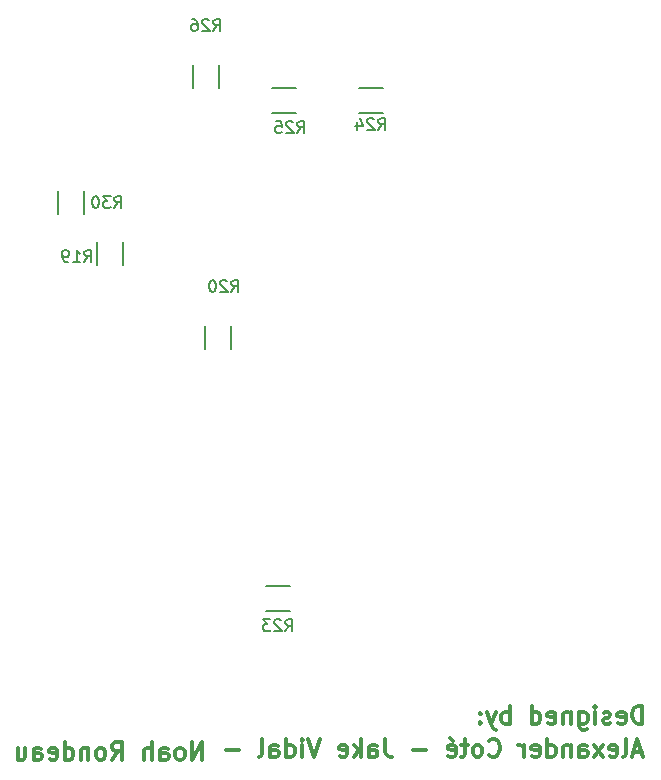
<source format=gbr>
G04 #@! TF.FileFunction,Legend,Bot*
%FSLAX46Y46*%
G04 Gerber Fmt 4.6, Leading zero omitted, Abs format (unit mm)*
G04 Created by KiCad (PCBNEW 4.0.1-stable) date 2016-06-27 2:05:19 PM*
%MOMM*%
G01*
G04 APERTURE LIST*
%ADD10C,0.100000*%
%ADD11C,0.300000*%
%ADD12C,0.150000*%
G04 APERTURE END LIST*
D10*
D11*
X108913429Y-124630571D02*
X108913429Y-123130571D01*
X108056286Y-124630571D01*
X108056286Y-123130571D01*
X107127714Y-124630571D02*
X107270572Y-124559143D01*
X107342000Y-124487714D01*
X107413429Y-124344857D01*
X107413429Y-123916286D01*
X107342000Y-123773429D01*
X107270572Y-123702000D01*
X107127714Y-123630571D01*
X106913429Y-123630571D01*
X106770572Y-123702000D01*
X106699143Y-123773429D01*
X106627714Y-123916286D01*
X106627714Y-124344857D01*
X106699143Y-124487714D01*
X106770572Y-124559143D01*
X106913429Y-124630571D01*
X107127714Y-124630571D01*
X105342000Y-124630571D02*
X105342000Y-123844857D01*
X105413429Y-123702000D01*
X105556286Y-123630571D01*
X105842000Y-123630571D01*
X105984857Y-123702000D01*
X105342000Y-124559143D02*
X105484857Y-124630571D01*
X105842000Y-124630571D01*
X105984857Y-124559143D01*
X106056286Y-124416286D01*
X106056286Y-124273429D01*
X105984857Y-124130571D01*
X105842000Y-124059143D01*
X105484857Y-124059143D01*
X105342000Y-123987714D01*
X104627714Y-124630571D02*
X104627714Y-123130571D01*
X103984857Y-124630571D02*
X103984857Y-123844857D01*
X104056286Y-123702000D01*
X104199143Y-123630571D01*
X104413428Y-123630571D01*
X104556286Y-123702000D01*
X104627714Y-123773429D01*
X101270571Y-124630571D02*
X101770571Y-123916286D01*
X102127714Y-124630571D02*
X102127714Y-123130571D01*
X101556286Y-123130571D01*
X101413428Y-123202000D01*
X101342000Y-123273429D01*
X101270571Y-123416286D01*
X101270571Y-123630571D01*
X101342000Y-123773429D01*
X101413428Y-123844857D01*
X101556286Y-123916286D01*
X102127714Y-123916286D01*
X100413428Y-124630571D02*
X100556286Y-124559143D01*
X100627714Y-124487714D01*
X100699143Y-124344857D01*
X100699143Y-123916286D01*
X100627714Y-123773429D01*
X100556286Y-123702000D01*
X100413428Y-123630571D01*
X100199143Y-123630571D01*
X100056286Y-123702000D01*
X99984857Y-123773429D01*
X99913428Y-123916286D01*
X99913428Y-124344857D01*
X99984857Y-124487714D01*
X100056286Y-124559143D01*
X100199143Y-124630571D01*
X100413428Y-124630571D01*
X99270571Y-123630571D02*
X99270571Y-124630571D01*
X99270571Y-123773429D02*
X99199143Y-123702000D01*
X99056285Y-123630571D01*
X98842000Y-123630571D01*
X98699143Y-123702000D01*
X98627714Y-123844857D01*
X98627714Y-124630571D01*
X97270571Y-124630571D02*
X97270571Y-123130571D01*
X97270571Y-124559143D02*
X97413428Y-124630571D01*
X97699142Y-124630571D01*
X97842000Y-124559143D01*
X97913428Y-124487714D01*
X97984857Y-124344857D01*
X97984857Y-123916286D01*
X97913428Y-123773429D01*
X97842000Y-123702000D01*
X97699142Y-123630571D01*
X97413428Y-123630571D01*
X97270571Y-123702000D01*
X95984857Y-124559143D02*
X96127714Y-124630571D01*
X96413428Y-124630571D01*
X96556285Y-124559143D01*
X96627714Y-124416286D01*
X96627714Y-123844857D01*
X96556285Y-123702000D01*
X96413428Y-123630571D01*
X96127714Y-123630571D01*
X95984857Y-123702000D01*
X95913428Y-123844857D01*
X95913428Y-123987714D01*
X96627714Y-124130571D01*
X94627714Y-124630571D02*
X94627714Y-123844857D01*
X94699143Y-123702000D01*
X94842000Y-123630571D01*
X95127714Y-123630571D01*
X95270571Y-123702000D01*
X94627714Y-124559143D02*
X94770571Y-124630571D01*
X95127714Y-124630571D01*
X95270571Y-124559143D01*
X95342000Y-124416286D01*
X95342000Y-124273429D01*
X95270571Y-124130571D01*
X95127714Y-124059143D01*
X94770571Y-124059143D01*
X94627714Y-123987714D01*
X93270571Y-123630571D02*
X93270571Y-124630571D01*
X93913428Y-123630571D02*
X93913428Y-124416286D01*
X93842000Y-124559143D01*
X93699142Y-124630571D01*
X93484857Y-124630571D01*
X93342000Y-124559143D01*
X93270571Y-124487714D01*
X124391714Y-122876571D02*
X124391714Y-123948000D01*
X124463142Y-124162286D01*
X124605999Y-124305143D01*
X124820285Y-124376571D01*
X124963142Y-124376571D01*
X123034571Y-124376571D02*
X123034571Y-123590857D01*
X123106000Y-123448000D01*
X123248857Y-123376571D01*
X123534571Y-123376571D01*
X123677428Y-123448000D01*
X123034571Y-124305143D02*
X123177428Y-124376571D01*
X123534571Y-124376571D01*
X123677428Y-124305143D01*
X123748857Y-124162286D01*
X123748857Y-124019429D01*
X123677428Y-123876571D01*
X123534571Y-123805143D01*
X123177428Y-123805143D01*
X123034571Y-123733714D01*
X122320285Y-124376571D02*
X122320285Y-122876571D01*
X122177428Y-123805143D02*
X121748857Y-124376571D01*
X121748857Y-123376571D02*
X122320285Y-123948000D01*
X120534571Y-124305143D02*
X120677428Y-124376571D01*
X120963142Y-124376571D01*
X121105999Y-124305143D01*
X121177428Y-124162286D01*
X121177428Y-123590857D01*
X121105999Y-123448000D01*
X120963142Y-123376571D01*
X120677428Y-123376571D01*
X120534571Y-123448000D01*
X120463142Y-123590857D01*
X120463142Y-123733714D01*
X121177428Y-123876571D01*
X118891714Y-122876571D02*
X118391714Y-124376571D01*
X117891714Y-122876571D01*
X117391714Y-124376571D02*
X117391714Y-123376571D01*
X117391714Y-122876571D02*
X117463143Y-122948000D01*
X117391714Y-123019429D01*
X117320286Y-122948000D01*
X117391714Y-122876571D01*
X117391714Y-123019429D01*
X116034571Y-124376571D02*
X116034571Y-122876571D01*
X116034571Y-124305143D02*
X116177428Y-124376571D01*
X116463142Y-124376571D01*
X116606000Y-124305143D01*
X116677428Y-124233714D01*
X116748857Y-124090857D01*
X116748857Y-123662286D01*
X116677428Y-123519429D01*
X116606000Y-123448000D01*
X116463142Y-123376571D01*
X116177428Y-123376571D01*
X116034571Y-123448000D01*
X114677428Y-124376571D02*
X114677428Y-123590857D01*
X114748857Y-123448000D01*
X114891714Y-123376571D01*
X115177428Y-123376571D01*
X115320285Y-123448000D01*
X114677428Y-124305143D02*
X114820285Y-124376571D01*
X115177428Y-124376571D01*
X115320285Y-124305143D01*
X115391714Y-124162286D01*
X115391714Y-124019429D01*
X115320285Y-123876571D01*
X115177428Y-123805143D01*
X114820285Y-123805143D01*
X114677428Y-123733714D01*
X113748856Y-124376571D02*
X113891714Y-124305143D01*
X113963142Y-124162286D01*
X113963142Y-122876571D01*
X112034571Y-123805143D02*
X110891714Y-123805143D01*
X146112285Y-123948000D02*
X145397999Y-123948000D01*
X146255142Y-124376571D02*
X145755142Y-122876571D01*
X145255142Y-124376571D01*
X144540856Y-124376571D02*
X144683714Y-124305143D01*
X144755142Y-124162286D01*
X144755142Y-122876571D01*
X143398000Y-124305143D02*
X143540857Y-124376571D01*
X143826571Y-124376571D01*
X143969428Y-124305143D01*
X144040857Y-124162286D01*
X144040857Y-123590857D01*
X143969428Y-123448000D01*
X143826571Y-123376571D01*
X143540857Y-123376571D01*
X143398000Y-123448000D01*
X143326571Y-123590857D01*
X143326571Y-123733714D01*
X144040857Y-123876571D01*
X142826571Y-124376571D02*
X142040857Y-123376571D01*
X142826571Y-123376571D02*
X142040857Y-124376571D01*
X140826571Y-124376571D02*
X140826571Y-123590857D01*
X140898000Y-123448000D01*
X141040857Y-123376571D01*
X141326571Y-123376571D01*
X141469428Y-123448000D01*
X140826571Y-124305143D02*
X140969428Y-124376571D01*
X141326571Y-124376571D01*
X141469428Y-124305143D01*
X141540857Y-124162286D01*
X141540857Y-124019429D01*
X141469428Y-123876571D01*
X141326571Y-123805143D01*
X140969428Y-123805143D01*
X140826571Y-123733714D01*
X140112285Y-123376571D02*
X140112285Y-124376571D01*
X140112285Y-123519429D02*
X140040857Y-123448000D01*
X139897999Y-123376571D01*
X139683714Y-123376571D01*
X139540857Y-123448000D01*
X139469428Y-123590857D01*
X139469428Y-124376571D01*
X138112285Y-124376571D02*
X138112285Y-122876571D01*
X138112285Y-124305143D02*
X138255142Y-124376571D01*
X138540856Y-124376571D01*
X138683714Y-124305143D01*
X138755142Y-124233714D01*
X138826571Y-124090857D01*
X138826571Y-123662286D01*
X138755142Y-123519429D01*
X138683714Y-123448000D01*
X138540856Y-123376571D01*
X138255142Y-123376571D01*
X138112285Y-123448000D01*
X136826571Y-124305143D02*
X136969428Y-124376571D01*
X137255142Y-124376571D01*
X137397999Y-124305143D01*
X137469428Y-124162286D01*
X137469428Y-123590857D01*
X137397999Y-123448000D01*
X137255142Y-123376571D01*
X136969428Y-123376571D01*
X136826571Y-123448000D01*
X136755142Y-123590857D01*
X136755142Y-123733714D01*
X137469428Y-123876571D01*
X136112285Y-124376571D02*
X136112285Y-123376571D01*
X136112285Y-123662286D02*
X136040857Y-123519429D01*
X135969428Y-123448000D01*
X135826571Y-123376571D01*
X135683714Y-123376571D01*
X133183714Y-124233714D02*
X133255143Y-124305143D01*
X133469429Y-124376571D01*
X133612286Y-124376571D01*
X133826571Y-124305143D01*
X133969429Y-124162286D01*
X134040857Y-124019429D01*
X134112286Y-123733714D01*
X134112286Y-123519429D01*
X134040857Y-123233714D01*
X133969429Y-123090857D01*
X133826571Y-122948000D01*
X133612286Y-122876571D01*
X133469429Y-122876571D01*
X133255143Y-122948000D01*
X133183714Y-123019429D01*
X132326571Y-124376571D02*
X132469429Y-124305143D01*
X132540857Y-124233714D01*
X132612286Y-124090857D01*
X132612286Y-123662286D01*
X132540857Y-123519429D01*
X132469429Y-123448000D01*
X132326571Y-123376571D01*
X132112286Y-123376571D01*
X131969429Y-123448000D01*
X131898000Y-123519429D01*
X131826571Y-123662286D01*
X131826571Y-124090857D01*
X131898000Y-124233714D01*
X131969429Y-124305143D01*
X132112286Y-124376571D01*
X132326571Y-124376571D01*
X131398000Y-123376571D02*
X130826571Y-123376571D01*
X131183714Y-122876571D02*
X131183714Y-124162286D01*
X131112286Y-124305143D01*
X130969428Y-124376571D01*
X130826571Y-124376571D01*
X129755143Y-124305143D02*
X129898000Y-124376571D01*
X130183714Y-124376571D01*
X130326571Y-124305143D01*
X130398000Y-124162286D01*
X130398000Y-123590857D01*
X130326571Y-123448000D01*
X130183714Y-123376571D01*
X129898000Y-123376571D01*
X129755143Y-123448000D01*
X129683714Y-123590857D01*
X129683714Y-123733714D01*
X130398000Y-123876571D01*
X129898000Y-122805143D02*
X130112285Y-123019429D01*
X127898000Y-123805143D02*
X126755143Y-123805143D01*
X146176000Y-121582571D02*
X146176000Y-120082571D01*
X145818857Y-120082571D01*
X145604572Y-120154000D01*
X145461714Y-120296857D01*
X145390286Y-120439714D01*
X145318857Y-120725429D01*
X145318857Y-120939714D01*
X145390286Y-121225429D01*
X145461714Y-121368286D01*
X145604572Y-121511143D01*
X145818857Y-121582571D01*
X146176000Y-121582571D01*
X144104572Y-121511143D02*
X144247429Y-121582571D01*
X144533143Y-121582571D01*
X144676000Y-121511143D01*
X144747429Y-121368286D01*
X144747429Y-120796857D01*
X144676000Y-120654000D01*
X144533143Y-120582571D01*
X144247429Y-120582571D01*
X144104572Y-120654000D01*
X144033143Y-120796857D01*
X144033143Y-120939714D01*
X144747429Y-121082571D01*
X143461715Y-121511143D02*
X143318858Y-121582571D01*
X143033143Y-121582571D01*
X142890286Y-121511143D01*
X142818858Y-121368286D01*
X142818858Y-121296857D01*
X142890286Y-121154000D01*
X143033143Y-121082571D01*
X143247429Y-121082571D01*
X143390286Y-121011143D01*
X143461715Y-120868286D01*
X143461715Y-120796857D01*
X143390286Y-120654000D01*
X143247429Y-120582571D01*
X143033143Y-120582571D01*
X142890286Y-120654000D01*
X142176000Y-121582571D02*
X142176000Y-120582571D01*
X142176000Y-120082571D02*
X142247429Y-120154000D01*
X142176000Y-120225429D01*
X142104572Y-120154000D01*
X142176000Y-120082571D01*
X142176000Y-120225429D01*
X140818857Y-120582571D02*
X140818857Y-121796857D01*
X140890286Y-121939714D01*
X140961714Y-122011143D01*
X141104571Y-122082571D01*
X141318857Y-122082571D01*
X141461714Y-122011143D01*
X140818857Y-121511143D02*
X140961714Y-121582571D01*
X141247428Y-121582571D01*
X141390286Y-121511143D01*
X141461714Y-121439714D01*
X141533143Y-121296857D01*
X141533143Y-120868286D01*
X141461714Y-120725429D01*
X141390286Y-120654000D01*
X141247428Y-120582571D01*
X140961714Y-120582571D01*
X140818857Y-120654000D01*
X140104571Y-120582571D02*
X140104571Y-121582571D01*
X140104571Y-120725429D02*
X140033143Y-120654000D01*
X139890285Y-120582571D01*
X139676000Y-120582571D01*
X139533143Y-120654000D01*
X139461714Y-120796857D01*
X139461714Y-121582571D01*
X138176000Y-121511143D02*
X138318857Y-121582571D01*
X138604571Y-121582571D01*
X138747428Y-121511143D01*
X138818857Y-121368286D01*
X138818857Y-120796857D01*
X138747428Y-120654000D01*
X138604571Y-120582571D01*
X138318857Y-120582571D01*
X138176000Y-120654000D01*
X138104571Y-120796857D01*
X138104571Y-120939714D01*
X138818857Y-121082571D01*
X136818857Y-121582571D02*
X136818857Y-120082571D01*
X136818857Y-121511143D02*
X136961714Y-121582571D01*
X137247428Y-121582571D01*
X137390286Y-121511143D01*
X137461714Y-121439714D01*
X137533143Y-121296857D01*
X137533143Y-120868286D01*
X137461714Y-120725429D01*
X137390286Y-120654000D01*
X137247428Y-120582571D01*
X136961714Y-120582571D01*
X136818857Y-120654000D01*
X134961714Y-121582571D02*
X134961714Y-120082571D01*
X134961714Y-120654000D02*
X134818857Y-120582571D01*
X134533143Y-120582571D01*
X134390286Y-120654000D01*
X134318857Y-120725429D01*
X134247428Y-120868286D01*
X134247428Y-121296857D01*
X134318857Y-121439714D01*
X134390286Y-121511143D01*
X134533143Y-121582571D01*
X134818857Y-121582571D01*
X134961714Y-121511143D01*
X133747428Y-120582571D02*
X133390285Y-121582571D01*
X133033143Y-120582571D02*
X133390285Y-121582571D01*
X133533143Y-121939714D01*
X133604571Y-122011143D01*
X133747428Y-122082571D01*
X132461714Y-121439714D02*
X132390286Y-121511143D01*
X132461714Y-121582571D01*
X132533143Y-121511143D01*
X132461714Y-121439714D01*
X132461714Y-121582571D01*
X132461714Y-120654000D02*
X132390286Y-120725429D01*
X132461714Y-120796857D01*
X132533143Y-120725429D01*
X132461714Y-120654000D01*
X132461714Y-120796857D01*
D12*
X102167000Y-82788000D02*
X102167000Y-80788000D01*
X100017000Y-80788000D02*
X100017000Y-82788000D01*
X109161000Y-87900000D02*
X109161000Y-89900000D01*
X111311000Y-89900000D02*
X111311000Y-87900000D01*
X116316000Y-109923000D02*
X114316000Y-109923000D01*
X114316000Y-112073000D02*
X116316000Y-112073000D01*
X122190000Y-69909000D02*
X124190000Y-69909000D01*
X124190000Y-67759000D02*
X122190000Y-67759000D01*
X116824000Y-67759000D02*
X114824000Y-67759000D01*
X114824000Y-69909000D02*
X116824000Y-69909000D01*
X108145000Y-65802000D02*
X108145000Y-67802000D01*
X110295000Y-67802000D02*
X110295000Y-65802000D01*
X98865000Y-78470000D02*
X98865000Y-76470000D01*
X96715000Y-76470000D02*
X96715000Y-78470000D01*
X98940857Y-82494381D02*
X99274191Y-82018190D01*
X99512286Y-82494381D02*
X99512286Y-81494381D01*
X99131333Y-81494381D01*
X99036095Y-81542000D01*
X98988476Y-81589619D01*
X98940857Y-81684857D01*
X98940857Y-81827714D01*
X98988476Y-81922952D01*
X99036095Y-81970571D01*
X99131333Y-82018190D01*
X99512286Y-82018190D01*
X97988476Y-82494381D02*
X98559905Y-82494381D01*
X98274191Y-82494381D02*
X98274191Y-81494381D01*
X98369429Y-81637238D01*
X98464667Y-81732476D01*
X98559905Y-81780095D01*
X97512286Y-82494381D02*
X97321810Y-82494381D01*
X97226571Y-82446762D01*
X97178952Y-82399143D01*
X97083714Y-82256286D01*
X97036095Y-82065810D01*
X97036095Y-81684857D01*
X97083714Y-81589619D01*
X97131333Y-81542000D01*
X97226571Y-81494381D01*
X97417048Y-81494381D01*
X97512286Y-81542000D01*
X97559905Y-81589619D01*
X97607524Y-81684857D01*
X97607524Y-81922952D01*
X97559905Y-82018190D01*
X97512286Y-82065810D01*
X97417048Y-82113429D01*
X97226571Y-82113429D01*
X97131333Y-82065810D01*
X97083714Y-82018190D01*
X97036095Y-81922952D01*
X111386857Y-85034381D02*
X111720191Y-84558190D01*
X111958286Y-85034381D02*
X111958286Y-84034381D01*
X111577333Y-84034381D01*
X111482095Y-84082000D01*
X111434476Y-84129619D01*
X111386857Y-84224857D01*
X111386857Y-84367714D01*
X111434476Y-84462952D01*
X111482095Y-84510571D01*
X111577333Y-84558190D01*
X111958286Y-84558190D01*
X111005905Y-84129619D02*
X110958286Y-84082000D01*
X110863048Y-84034381D01*
X110624952Y-84034381D01*
X110529714Y-84082000D01*
X110482095Y-84129619D01*
X110434476Y-84224857D01*
X110434476Y-84320095D01*
X110482095Y-84462952D01*
X111053524Y-85034381D01*
X110434476Y-85034381D01*
X109815429Y-84034381D02*
X109720190Y-84034381D01*
X109624952Y-84082000D01*
X109577333Y-84129619D01*
X109529714Y-84224857D01*
X109482095Y-84415333D01*
X109482095Y-84653429D01*
X109529714Y-84843905D01*
X109577333Y-84939143D01*
X109624952Y-84986762D01*
X109720190Y-85034381D01*
X109815429Y-85034381D01*
X109910667Y-84986762D01*
X109958286Y-84939143D01*
X110005905Y-84843905D01*
X110053524Y-84653429D01*
X110053524Y-84415333D01*
X110005905Y-84224857D01*
X109958286Y-84129619D01*
X109910667Y-84082000D01*
X109815429Y-84034381D01*
X115958857Y-113750381D02*
X116292191Y-113274190D01*
X116530286Y-113750381D02*
X116530286Y-112750381D01*
X116149333Y-112750381D01*
X116054095Y-112798000D01*
X116006476Y-112845619D01*
X115958857Y-112940857D01*
X115958857Y-113083714D01*
X116006476Y-113178952D01*
X116054095Y-113226571D01*
X116149333Y-113274190D01*
X116530286Y-113274190D01*
X115577905Y-112845619D02*
X115530286Y-112798000D01*
X115435048Y-112750381D01*
X115196952Y-112750381D01*
X115101714Y-112798000D01*
X115054095Y-112845619D01*
X115006476Y-112940857D01*
X115006476Y-113036095D01*
X115054095Y-113178952D01*
X115625524Y-113750381D01*
X115006476Y-113750381D01*
X114673143Y-112750381D02*
X114054095Y-112750381D01*
X114387429Y-113131333D01*
X114244571Y-113131333D01*
X114149333Y-113178952D01*
X114101714Y-113226571D01*
X114054095Y-113321810D01*
X114054095Y-113559905D01*
X114101714Y-113655143D01*
X114149333Y-113702762D01*
X114244571Y-113750381D01*
X114530286Y-113750381D01*
X114625524Y-113702762D01*
X114673143Y-113655143D01*
X123832857Y-71318381D02*
X124166191Y-70842190D01*
X124404286Y-71318381D02*
X124404286Y-70318381D01*
X124023333Y-70318381D01*
X123928095Y-70366000D01*
X123880476Y-70413619D01*
X123832857Y-70508857D01*
X123832857Y-70651714D01*
X123880476Y-70746952D01*
X123928095Y-70794571D01*
X124023333Y-70842190D01*
X124404286Y-70842190D01*
X123451905Y-70413619D02*
X123404286Y-70366000D01*
X123309048Y-70318381D01*
X123070952Y-70318381D01*
X122975714Y-70366000D01*
X122928095Y-70413619D01*
X122880476Y-70508857D01*
X122880476Y-70604095D01*
X122928095Y-70746952D01*
X123499524Y-71318381D01*
X122880476Y-71318381D01*
X122023333Y-70651714D02*
X122023333Y-71318381D01*
X122261429Y-70270762D02*
X122499524Y-70985048D01*
X121880476Y-70985048D01*
X116974857Y-71572381D02*
X117308191Y-71096190D01*
X117546286Y-71572381D02*
X117546286Y-70572381D01*
X117165333Y-70572381D01*
X117070095Y-70620000D01*
X117022476Y-70667619D01*
X116974857Y-70762857D01*
X116974857Y-70905714D01*
X117022476Y-71000952D01*
X117070095Y-71048571D01*
X117165333Y-71096190D01*
X117546286Y-71096190D01*
X116593905Y-70667619D02*
X116546286Y-70620000D01*
X116451048Y-70572381D01*
X116212952Y-70572381D01*
X116117714Y-70620000D01*
X116070095Y-70667619D01*
X116022476Y-70762857D01*
X116022476Y-70858095D01*
X116070095Y-71000952D01*
X116641524Y-71572381D01*
X116022476Y-71572381D01*
X115117714Y-70572381D02*
X115593905Y-70572381D01*
X115641524Y-71048571D01*
X115593905Y-71000952D01*
X115498667Y-70953333D01*
X115260571Y-70953333D01*
X115165333Y-71000952D01*
X115117714Y-71048571D01*
X115070095Y-71143810D01*
X115070095Y-71381905D01*
X115117714Y-71477143D01*
X115165333Y-71524762D01*
X115260571Y-71572381D01*
X115498667Y-71572381D01*
X115593905Y-71524762D01*
X115641524Y-71477143D01*
X109862857Y-62936381D02*
X110196191Y-62460190D01*
X110434286Y-62936381D02*
X110434286Y-61936381D01*
X110053333Y-61936381D01*
X109958095Y-61984000D01*
X109910476Y-62031619D01*
X109862857Y-62126857D01*
X109862857Y-62269714D01*
X109910476Y-62364952D01*
X109958095Y-62412571D01*
X110053333Y-62460190D01*
X110434286Y-62460190D01*
X109481905Y-62031619D02*
X109434286Y-61984000D01*
X109339048Y-61936381D01*
X109100952Y-61936381D01*
X109005714Y-61984000D01*
X108958095Y-62031619D01*
X108910476Y-62126857D01*
X108910476Y-62222095D01*
X108958095Y-62364952D01*
X109529524Y-62936381D01*
X108910476Y-62936381D01*
X108053333Y-61936381D02*
X108243810Y-61936381D01*
X108339048Y-61984000D01*
X108386667Y-62031619D01*
X108481905Y-62174476D01*
X108529524Y-62364952D01*
X108529524Y-62745905D01*
X108481905Y-62841143D01*
X108434286Y-62888762D01*
X108339048Y-62936381D01*
X108148571Y-62936381D01*
X108053333Y-62888762D01*
X108005714Y-62841143D01*
X107958095Y-62745905D01*
X107958095Y-62507810D01*
X108005714Y-62412571D01*
X108053333Y-62364952D01*
X108148571Y-62317333D01*
X108339048Y-62317333D01*
X108434286Y-62364952D01*
X108481905Y-62412571D01*
X108529524Y-62507810D01*
X101480857Y-77922381D02*
X101814191Y-77446190D01*
X102052286Y-77922381D02*
X102052286Y-76922381D01*
X101671333Y-76922381D01*
X101576095Y-76970000D01*
X101528476Y-77017619D01*
X101480857Y-77112857D01*
X101480857Y-77255714D01*
X101528476Y-77350952D01*
X101576095Y-77398571D01*
X101671333Y-77446190D01*
X102052286Y-77446190D01*
X101147524Y-76922381D02*
X100528476Y-76922381D01*
X100861810Y-77303333D01*
X100718952Y-77303333D01*
X100623714Y-77350952D01*
X100576095Y-77398571D01*
X100528476Y-77493810D01*
X100528476Y-77731905D01*
X100576095Y-77827143D01*
X100623714Y-77874762D01*
X100718952Y-77922381D01*
X101004667Y-77922381D01*
X101099905Y-77874762D01*
X101147524Y-77827143D01*
X99909429Y-76922381D02*
X99814190Y-76922381D01*
X99718952Y-76970000D01*
X99671333Y-77017619D01*
X99623714Y-77112857D01*
X99576095Y-77303333D01*
X99576095Y-77541429D01*
X99623714Y-77731905D01*
X99671333Y-77827143D01*
X99718952Y-77874762D01*
X99814190Y-77922381D01*
X99909429Y-77922381D01*
X100004667Y-77874762D01*
X100052286Y-77827143D01*
X100099905Y-77731905D01*
X100147524Y-77541429D01*
X100147524Y-77303333D01*
X100099905Y-77112857D01*
X100052286Y-77017619D01*
X100004667Y-76970000D01*
X99909429Y-76922381D01*
M02*

</source>
